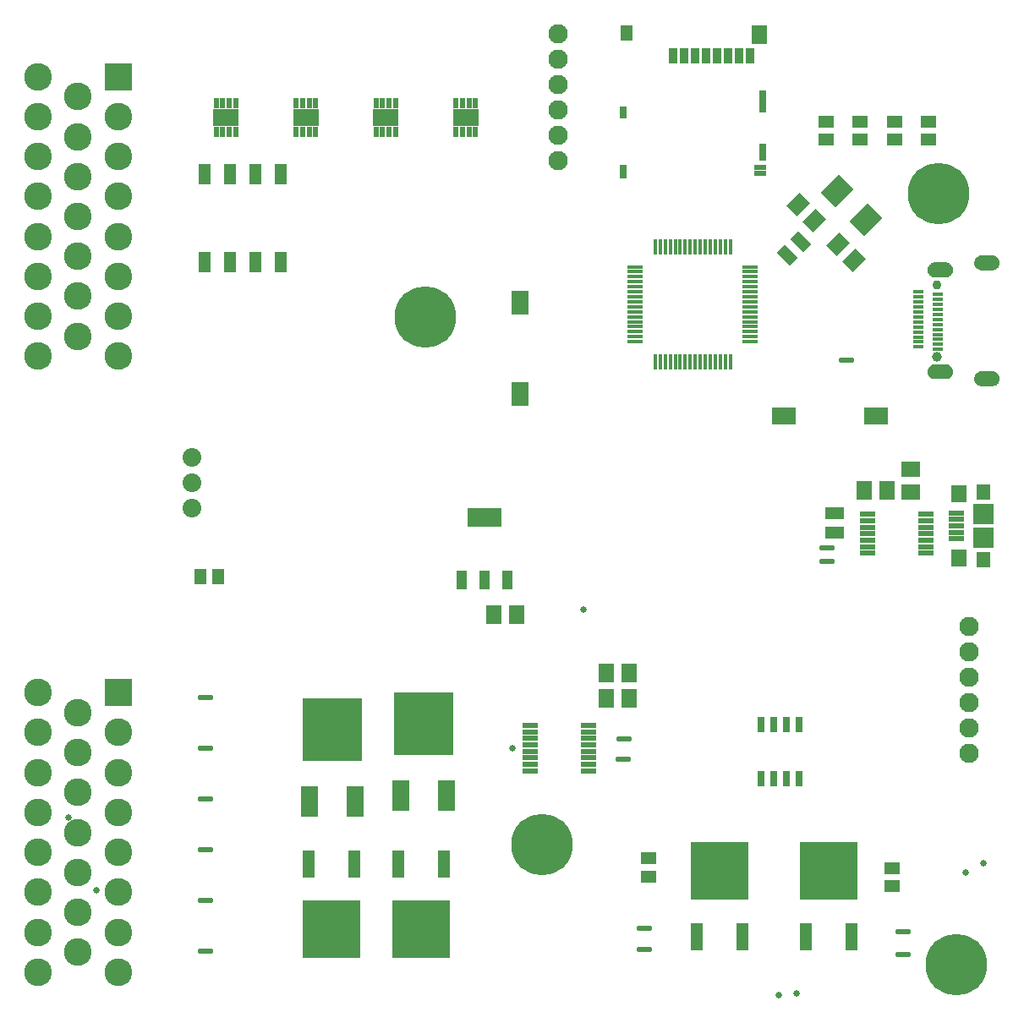
<source format=gts>
G04*
G04 #@! TF.GenerationSoftware,Altium Limited,Altium Designer,23.5.1 (21)*
G04*
G04 Layer_Color=8388736*
%FSLAX44Y44*%
%MOMM*%
G71*
G04*
G04 #@! TF.SameCoordinates,BDE5A72E-243D-4FE9-A7F5-F603F533516F*
G04*
G04*
G04 #@! TF.FilePolarity,Negative*
G04*
G01*
G75*
G04:AMPARAMS|DCode=39|XSize=0.5mm|YSize=0.5mm|CornerRadius=0.0875mm|HoleSize=0mm|Usage=FLASHONLY|Rotation=0.000|XOffset=0mm|YOffset=0mm|HoleType=Round|Shape=RoundedRectangle|*
%AMROUNDEDRECTD39*
21,1,0.5000,0.3250,0,0,0.0*
21,1,0.3250,0.5000,0,0,0.0*
1,1,0.1750,0.1625,-0.1625*
1,1,0.1750,-0.1625,-0.1625*
1,1,0.1750,-0.1625,0.1625*
1,1,0.1750,0.1625,0.1625*
%
%ADD39ROUNDEDRECTD39*%
%ADD54R,1.2100X2.7500*%
%ADD55R,5.7820X5.8500*%
%ADD56R,3.4000X1.9000*%
%ADD57R,1.1000X1.9000*%
%ADD58R,0.9500X1.5500*%
%ADD59R,1.3000X0.6000*%
%ADD60R,1.5000X1.9500*%
%ADD61R,0.8000X2.2900*%
%ADD62R,0.8000X1.7500*%
%ADD63R,0.8000X1.4500*%
%ADD64R,0.7500X1.3000*%
%ADD65R,1.3100X1.6500*%
G04:AMPARAMS|DCode=66|XSize=1.55mm|YSize=1.85mm|CornerRadius=0mm|HoleSize=0mm|Usage=FLASHONLY|Rotation=315.000|XOffset=0mm|YOffset=0mm|HoleType=Round|Shape=Rectangle|*
%AMROTATEDRECTD66*
4,1,4,-1.2021,-0.1061,0.1061,1.2021,1.2021,0.1061,-0.1061,-1.2021,-1.2021,-0.1061,0.0*
%
%ADD66ROTATEDRECTD66*%

G04:AMPARAMS|DCode=67|XSize=2.55mm|YSize=2.05mm|CornerRadius=0mm|HoleSize=0mm|Usage=FLASHONLY|Rotation=45.000|XOffset=0mm|YOffset=0mm|HoleType=Round|Shape=Rectangle|*
%AMROTATEDRECTD67*
4,1,4,-0.1768,-1.6264,-1.6264,-0.1768,0.1768,1.6264,1.6264,0.1768,-0.1768,-1.6264,0.0*
%
%ADD67ROTATEDRECTD67*%

%ADD68R,1.0500X0.4040*%
%ADD69R,1.2500X2.1500*%
%ADD70R,0.4500X1.6250*%
%ADD71R,1.6250X0.4500*%
%ADD72R,1.6000X1.2500*%
%ADD73R,2.3300X1.7500*%
%ADD74R,1.7500X3.1500*%
%ADD75R,5.9500X6.3500*%
%ADD76R,2.5500X1.7500*%
%ADD77R,0.5000X1.0500*%
%ADD78R,1.5500X1.8500*%
%ADD79R,1.8500X1.1500*%
%ADD80R,1.6250X0.6000*%
%ADD81R,2.0500X2.0500*%
%ADD82R,1.4500X1.6000*%
%ADD83R,1.5500X1.7500*%
%ADD84R,1.5000X0.5500*%
%ADD85R,1.8500X1.5500*%
G04:AMPARAMS|DCode=86|XSize=1.15mm|YSize=1.85mm|CornerRadius=0mm|HoleSize=0mm|Usage=FLASHONLY|Rotation=225.000|XOffset=0mm|YOffset=0mm|HoleType=Round|Shape=Rectangle|*
%AMROTATEDRECTD86*
4,1,4,-0.2475,1.0607,1.0607,-0.2475,0.2475,-1.0607,-1.0607,0.2475,-0.2475,1.0607,0.0*
%
%ADD86ROTATEDRECTD86*%

%ADD87R,1.7500X2.3300*%
%ADD88R,1.2500X1.6000*%
%ADD89R,0.8000X1.6500*%
%ADD90R,2.7750X2.7750*%
%ADD91C,2.7750*%
%ADD92C,1.8750*%
%ADD93C,6.1500*%
%ADD94C,0.9300*%
%ADD95C,0.9900*%
%ADD96C,1.9400*%
%ADD97C,0.6500*%
G36*
X1465230Y1164030D02*
X1466010Y1163910D01*
X1466770Y1163700D01*
X1467500Y1163420D01*
X1468200Y1163070D01*
X1468860Y1162640D01*
X1469470Y1162140D01*
X1470020Y1161590D01*
X1470520Y1160980D01*
X1470950Y1160320D01*
X1471300Y1159620D01*
X1471580Y1158890D01*
X1471790Y1158130D01*
X1471910Y1157350D01*
X1471950Y1156570D01*
X1471910Y1155790D01*
X1471790Y1155010D01*
X1471580Y1154250D01*
X1471300Y1153520D01*
X1470950Y1152820D01*
X1470520Y1152160D01*
X1470020Y1151550D01*
X1469470Y1151000D01*
X1468860Y1150500D01*
X1468200Y1150070D01*
X1467500Y1149720D01*
X1466770Y1149440D01*
X1466010Y1149230D01*
X1465230Y1149110D01*
X1464450Y1149070D01*
X1453950D01*
X1453170Y1149110D01*
X1452390Y1149230D01*
X1451630Y1149440D01*
X1450900Y1149720D01*
X1450200Y1150070D01*
X1449540Y1150500D01*
X1448930Y1151000D01*
X1448380Y1151550D01*
X1447880Y1152160D01*
X1447450Y1152820D01*
X1447100Y1153520D01*
X1446820Y1154250D01*
X1446610Y1155010D01*
X1446490Y1155790D01*
X1446450Y1156570D01*
X1446490Y1157350D01*
X1446610Y1158130D01*
X1446820Y1158890D01*
X1447100Y1159620D01*
X1447450Y1160320D01*
X1447880Y1160980D01*
X1448380Y1161590D01*
X1448930Y1162140D01*
X1449540Y1162640D01*
X1450200Y1163070D01*
X1450900Y1163420D01*
X1451630Y1163700D01*
X1452390Y1163910D01*
X1453170Y1164030D01*
X1453950Y1164070D01*
X1464450D01*
X1465230Y1164030D01*
D02*
G37*
G36*
X1418530Y1157030D02*
X1419310Y1156910D01*
X1420070Y1156700D01*
X1420800Y1156420D01*
X1421500Y1156070D01*
X1422160Y1155640D01*
X1422770Y1155140D01*
X1423320Y1154590D01*
X1423820Y1153980D01*
X1424250Y1153320D01*
X1424600Y1152620D01*
X1424880Y1151890D01*
X1425090Y1151130D01*
X1425210Y1150350D01*
X1425250Y1149570D01*
X1425210Y1148790D01*
X1425090Y1148010D01*
X1424880Y1147250D01*
X1424600Y1146520D01*
X1424250Y1145820D01*
X1423820Y1145160D01*
X1423320Y1144550D01*
X1422770Y1144000D01*
X1422160Y1143500D01*
X1421500Y1143070D01*
X1420800Y1142720D01*
X1420070Y1142440D01*
X1419310Y1142230D01*
X1418530Y1142110D01*
X1417750Y1142070D01*
X1407250D01*
X1406470Y1142110D01*
X1405690Y1142230D01*
X1404930Y1142440D01*
X1404200Y1142720D01*
X1403500Y1143070D01*
X1402840Y1143500D01*
X1402230Y1144000D01*
X1401680Y1144550D01*
X1401180Y1145160D01*
X1400750Y1145820D01*
X1400400Y1146520D01*
X1400120Y1147250D01*
X1399910Y1148010D01*
X1399790Y1148790D01*
X1399750Y1149570D01*
X1399790Y1150350D01*
X1399910Y1151130D01*
X1400120Y1151890D01*
X1400400Y1152620D01*
X1400750Y1153320D01*
X1401180Y1153980D01*
X1401680Y1154590D01*
X1402230Y1155140D01*
X1402840Y1155640D01*
X1403500Y1156070D01*
X1404200Y1156420D01*
X1404930Y1156700D01*
X1405690Y1156910D01*
X1406470Y1157030D01*
X1407250Y1157070D01*
X1417750D01*
X1418530Y1157030D01*
D02*
G37*
G36*
X1323340Y1056680D02*
X1313340D01*
Y1061680D01*
X1323340D01*
Y1056680D01*
D02*
G37*
G36*
X1418530Y1055030D02*
X1419310Y1054910D01*
X1420070Y1054700D01*
X1420800Y1054420D01*
X1421500Y1054070D01*
X1422160Y1053640D01*
X1422770Y1053140D01*
X1423320Y1052590D01*
X1423820Y1051980D01*
X1424250Y1051320D01*
X1424600Y1050620D01*
X1424880Y1049890D01*
X1425090Y1049130D01*
X1425210Y1048350D01*
X1425250Y1047570D01*
X1425210Y1046790D01*
X1425090Y1046010D01*
X1424880Y1045250D01*
X1424600Y1044520D01*
X1424250Y1043820D01*
X1423820Y1043160D01*
X1423320Y1042550D01*
X1422770Y1042000D01*
X1422160Y1041500D01*
X1421500Y1041070D01*
X1420800Y1040720D01*
X1420070Y1040440D01*
X1419310Y1040230D01*
X1418530Y1040110D01*
X1417750Y1040070D01*
X1407250D01*
X1406470Y1040110D01*
X1405690Y1040230D01*
X1404930Y1040440D01*
X1404200Y1040720D01*
X1403500Y1041070D01*
X1402840Y1041500D01*
X1402230Y1042000D01*
X1401680Y1042550D01*
X1401180Y1043160D01*
X1400750Y1043820D01*
X1400400Y1044520D01*
X1400120Y1045250D01*
X1399910Y1046010D01*
X1399790Y1046790D01*
X1399750Y1047570D01*
X1399790Y1048350D01*
X1399910Y1049130D01*
X1400120Y1049890D01*
X1400400Y1050620D01*
X1400750Y1051320D01*
X1401180Y1051980D01*
X1401680Y1052590D01*
X1402230Y1053140D01*
X1402840Y1053640D01*
X1403500Y1054070D01*
X1404200Y1054420D01*
X1404930Y1054700D01*
X1405690Y1054910D01*
X1406470Y1055030D01*
X1407250Y1055070D01*
X1417750D01*
X1418530Y1055030D01*
D02*
G37*
G36*
X1465230Y1048030D02*
X1466010Y1047910D01*
X1466770Y1047700D01*
X1467500Y1047420D01*
X1468200Y1047070D01*
X1468860Y1046640D01*
X1469470Y1046140D01*
X1470020Y1045590D01*
X1470520Y1044980D01*
X1470950Y1044320D01*
X1471300Y1043620D01*
X1471580Y1042890D01*
X1471790Y1042130D01*
X1471910Y1041350D01*
X1471950Y1040570D01*
X1471910Y1039790D01*
X1471790Y1039010D01*
X1471580Y1038250D01*
X1471300Y1037520D01*
X1470950Y1036820D01*
X1470520Y1036160D01*
X1470020Y1035550D01*
X1469470Y1035000D01*
X1468860Y1034500D01*
X1468200Y1034070D01*
X1467500Y1033720D01*
X1466770Y1033440D01*
X1466010Y1033230D01*
X1465230Y1033110D01*
X1464450Y1033070D01*
X1453950D01*
X1453170Y1033110D01*
X1452390Y1033230D01*
X1451630Y1033440D01*
X1450900Y1033720D01*
X1450200Y1034070D01*
X1449540Y1034500D01*
X1448930Y1035000D01*
X1448380Y1035550D01*
X1447880Y1036160D01*
X1447450Y1036820D01*
X1447100Y1037520D01*
X1446820Y1038250D01*
X1446610Y1039010D01*
X1446490Y1039790D01*
X1446450Y1040570D01*
X1446490Y1041350D01*
X1446610Y1042130D01*
X1446820Y1042890D01*
X1447100Y1043620D01*
X1447450Y1044320D01*
X1447880Y1044980D01*
X1448380Y1045590D01*
X1448930Y1046140D01*
X1449540Y1046640D01*
X1450200Y1047070D01*
X1450900Y1047420D01*
X1451630Y1047700D01*
X1452390Y1047910D01*
X1453170Y1048030D01*
X1453950Y1048070D01*
X1464450D01*
X1465230Y1048030D01*
D02*
G37*
G36*
X1304210Y868720D02*
X1294210D01*
Y873720D01*
X1304210D01*
Y868720D01*
D02*
G37*
G36*
X1304290Y854750D02*
X1294290D01*
Y859750D01*
X1304290D01*
Y854750D01*
D02*
G37*
G36*
X681830Y718860D02*
X671830D01*
Y723860D01*
X681830D01*
Y718860D01*
D02*
G37*
G36*
X1101010Y676950D02*
X1091010D01*
Y681950D01*
X1101010D01*
Y676950D01*
D02*
G37*
G36*
X681830Y668060D02*
X671830D01*
Y673060D01*
X681830D01*
Y668060D01*
D02*
G37*
G36*
X1099660Y656630D02*
X1089660D01*
Y661630D01*
X1099660D01*
Y656630D01*
D02*
G37*
G36*
X681830Y617260D02*
X671830D01*
Y622260D01*
X681830D01*
Y617260D01*
D02*
G37*
G36*
Y566460D02*
X671830D01*
Y571460D01*
X681830D01*
Y566460D01*
D02*
G37*
G36*
Y515660D02*
X671830D01*
Y520660D01*
X681830D01*
Y515660D01*
D02*
G37*
G36*
X1121330Y487720D02*
X1111330D01*
Y492720D01*
X1121330D01*
Y487720D01*
D02*
G37*
G36*
X1380490Y483910D02*
X1370490D01*
Y488910D01*
X1380490D01*
Y483910D01*
D02*
G37*
G36*
X1121410Y466130D02*
X1111410D01*
Y471130D01*
X1121410D01*
Y466130D01*
D02*
G37*
G36*
X681830Y464860D02*
X671830D01*
Y469860D01*
X681830D01*
Y464860D01*
D02*
G37*
G36*
X1380410Y461050D02*
X1370410D01*
Y466050D01*
X1380410D01*
Y461050D01*
D02*
G37*
D39*
Y463550D02*
D03*
X1370410D02*
D03*
X1380490Y486410D02*
D03*
X1370490D02*
D03*
X1304210Y871220D02*
D03*
X1294210D02*
D03*
X1304290Y857250D02*
D03*
X1294290D02*
D03*
X681830Y467360D02*
D03*
X671830D02*
D03*
X681830Y518160D02*
D03*
X671830D02*
D03*
X681830Y568960D02*
D03*
X671830D02*
D03*
X681830Y619760D02*
D03*
X671830D02*
D03*
X681830Y670560D02*
D03*
X671830D02*
D03*
X681830Y721360D02*
D03*
X671830D02*
D03*
X1313340Y1059180D02*
D03*
X1323340D02*
D03*
X1091010Y679450D02*
D03*
X1101010D02*
D03*
X1089660Y659130D02*
D03*
X1099660D02*
D03*
X1121410Y468630D02*
D03*
X1111410D02*
D03*
X1121330Y490220D02*
D03*
X1111330D02*
D03*
D54*
X1214120Y481870D02*
D03*
X1168400D02*
D03*
X1277620D02*
D03*
X1323340D02*
D03*
X869950Y554450D02*
D03*
X915670D02*
D03*
X779780D02*
D03*
X825500D02*
D03*
D55*
X1191260Y547370D02*
D03*
X1300480D02*
D03*
X892810Y488950D02*
D03*
X802640D02*
D03*
D56*
X956310Y901700D02*
D03*
D57*
X979310Y838700D02*
D03*
X956310D02*
D03*
X933310D02*
D03*
D58*
X1145240Y1364120D02*
D03*
X1156250D02*
D03*
X1167250D02*
D03*
X1178250D02*
D03*
X1189250D02*
D03*
X1200250D02*
D03*
X1211250D02*
D03*
X1222250D02*
D03*
D59*
X1231900Y1245870D02*
D03*
Y1252470D02*
D03*
D60*
X1230890Y1384620D02*
D03*
D61*
X1234400Y1318320D02*
D03*
D62*
Y1267520D02*
D03*
D63*
X1095390Y1248120D02*
D03*
D64*
X1095140Y1307370D02*
D03*
D65*
X1097950Y1387120D02*
D03*
D66*
X1270346Y1215044D02*
D03*
X1286510Y1198880D02*
D03*
X1326342Y1159048D02*
D03*
X1310178Y1175212D02*
D03*
D67*
X1308844Y1228616D02*
D03*
X1337836Y1199624D02*
D03*
D68*
X1390700Y1127320D02*
D03*
Y1122320D02*
D03*
Y1117320D02*
D03*
Y1112320D02*
D03*
Y1107320D02*
D03*
Y1102320D02*
D03*
Y1097320D02*
D03*
Y1092320D02*
D03*
Y1087320D02*
D03*
Y1082320D02*
D03*
Y1077320D02*
D03*
Y1072320D02*
D03*
X1409700Y1069820D02*
D03*
Y1074820D02*
D03*
Y1079820D02*
D03*
Y1084820D02*
D03*
Y1089820D02*
D03*
Y1094820D02*
D03*
Y1099820D02*
D03*
Y1104820D02*
D03*
Y1109820D02*
D03*
Y1114820D02*
D03*
Y1119820D02*
D03*
Y1124820D02*
D03*
D69*
X751840Y1245150D02*
D03*
X726440D02*
D03*
X701040D02*
D03*
X675640D02*
D03*
Y1157150D02*
D03*
X701040D02*
D03*
X726440D02*
D03*
X751840D02*
D03*
D70*
X1127090Y1172440D02*
D03*
X1132090D02*
D03*
X1137090D02*
D03*
X1142090D02*
D03*
X1147090D02*
D03*
X1152090D02*
D03*
X1157090D02*
D03*
X1162090D02*
D03*
X1167090D02*
D03*
X1172090D02*
D03*
X1177090D02*
D03*
X1182090D02*
D03*
X1187090D02*
D03*
X1192090D02*
D03*
X1197090D02*
D03*
X1202090D02*
D03*
Y1057680D02*
D03*
X1197090D02*
D03*
X1192090D02*
D03*
X1187090D02*
D03*
X1182090D02*
D03*
X1177090D02*
D03*
X1172090D02*
D03*
X1167090D02*
D03*
X1162090D02*
D03*
X1157090D02*
D03*
X1152090D02*
D03*
X1147090D02*
D03*
X1142090D02*
D03*
X1137090D02*
D03*
X1132090D02*
D03*
X1127090D02*
D03*
D71*
X1221970Y1152560D02*
D03*
Y1147560D02*
D03*
Y1142560D02*
D03*
Y1137560D02*
D03*
Y1132560D02*
D03*
Y1127560D02*
D03*
Y1122560D02*
D03*
Y1117560D02*
D03*
Y1112560D02*
D03*
Y1107560D02*
D03*
Y1102560D02*
D03*
Y1097560D02*
D03*
Y1092560D02*
D03*
Y1087560D02*
D03*
Y1082560D02*
D03*
Y1077560D02*
D03*
X1107210D02*
D03*
Y1082560D02*
D03*
Y1087560D02*
D03*
Y1092560D02*
D03*
Y1097560D02*
D03*
Y1102560D02*
D03*
Y1107560D02*
D03*
Y1112560D02*
D03*
Y1117560D02*
D03*
Y1122560D02*
D03*
Y1127560D02*
D03*
Y1132560D02*
D03*
Y1137560D02*
D03*
Y1142560D02*
D03*
Y1147560D02*
D03*
Y1152560D02*
D03*
D72*
X1332230Y1298050D02*
D03*
Y1280050D02*
D03*
X1366520D02*
D03*
Y1298050D02*
D03*
X1120140Y560070D02*
D03*
Y542070D02*
D03*
X1363980Y550020D02*
D03*
Y532020D02*
D03*
X1297940Y1298050D02*
D03*
Y1280050D02*
D03*
X1400810Y1298050D02*
D03*
Y1280050D02*
D03*
D73*
X1255750Y1003300D02*
D03*
X1347750D02*
D03*
D74*
X781050Y617220D02*
D03*
X826750D02*
D03*
X918200Y622890D02*
D03*
X872500D02*
D03*
D75*
X803900Y689020D02*
D03*
X895350Y694690D02*
D03*
D76*
X937260Y1301750D02*
D03*
X857250D02*
D03*
X777240D02*
D03*
X697230D02*
D03*
D77*
X947010Y1287250D02*
D03*
X940510D02*
D03*
X934010D02*
D03*
X927510D02*
D03*
Y1316250D02*
D03*
X934010D02*
D03*
X940510D02*
D03*
X947010D02*
D03*
X867000Y1287250D02*
D03*
X860500D02*
D03*
X854000D02*
D03*
X847500D02*
D03*
Y1316250D02*
D03*
X854000D02*
D03*
X860500D02*
D03*
X867000D02*
D03*
X786990Y1287250D02*
D03*
X780490D02*
D03*
X773990D02*
D03*
X767490D02*
D03*
Y1316250D02*
D03*
X773990D02*
D03*
X780490D02*
D03*
X786990D02*
D03*
X706980Y1287250D02*
D03*
X700480D02*
D03*
X693980D02*
D03*
X687480D02*
D03*
Y1316250D02*
D03*
X693980D02*
D03*
X700480D02*
D03*
X706980D02*
D03*
D78*
X1078230Y720090D02*
D03*
X1101090D02*
D03*
X1078230Y745490D02*
D03*
X1101090D02*
D03*
X1336040Y928370D02*
D03*
X1358900D02*
D03*
X988060Y803910D02*
D03*
X965200D02*
D03*
D79*
X1306830Y886460D02*
D03*
Y905460D02*
D03*
D80*
X1339680Y904690D02*
D03*
Y898190D02*
D03*
Y891690D02*
D03*
Y885190D02*
D03*
Y878690D02*
D03*
Y872190D02*
D03*
Y865690D02*
D03*
X1398440D02*
D03*
Y872190D02*
D03*
Y878690D02*
D03*
Y885190D02*
D03*
Y891690D02*
D03*
Y898190D02*
D03*
Y904690D02*
D03*
X1001860Y647810D02*
D03*
Y654310D02*
D03*
Y660810D02*
D03*
Y667310D02*
D03*
Y673810D02*
D03*
Y680310D02*
D03*
Y686810D02*
D03*
Y693310D02*
D03*
X1060620D02*
D03*
Y686810D02*
D03*
Y680310D02*
D03*
Y673810D02*
D03*
Y667310D02*
D03*
Y660810D02*
D03*
Y654310D02*
D03*
Y647810D02*
D03*
D81*
X1455500Y904610D02*
D03*
Y881610D02*
D03*
D82*
Y927360D02*
D03*
Y858860D02*
D03*
D83*
X1431000Y925110D02*
D03*
Y861110D02*
D03*
D84*
X1428750Y906110D02*
D03*
Y899610D02*
D03*
Y893110D02*
D03*
Y886610D02*
D03*
Y880110D02*
D03*
D85*
X1383030Y949960D02*
D03*
Y927100D02*
D03*
D86*
X1272540Y1177290D02*
D03*
X1259105Y1163855D02*
D03*
D87*
X991870Y1116890D02*
D03*
Y1024890D02*
D03*
D88*
X689830Y842010D02*
D03*
X671830D02*
D03*
D89*
X1271270Y693750D02*
D03*
X1258570D02*
D03*
X1245870D02*
D03*
X1233170D02*
D03*
Y639750D02*
D03*
X1245870D02*
D03*
X1258570D02*
D03*
X1271270D02*
D03*
D90*
X589270Y1342990D02*
D03*
Y726110D02*
D03*
D91*
Y1062990D02*
D03*
X549270Y1322990D02*
D03*
Y1082990D02*
D03*
X509270Y1342990D02*
D03*
Y1062990D02*
D03*
X589270Y1302990D02*
D03*
Y1262990D02*
D03*
Y1222990D02*
D03*
Y1182990D02*
D03*
Y1142990D02*
D03*
Y1102990D02*
D03*
X549270Y1282990D02*
D03*
Y1242990D02*
D03*
Y1202990D02*
D03*
Y1162990D02*
D03*
Y1122990D02*
D03*
X509270Y1302990D02*
D03*
Y1262990D02*
D03*
Y1222990D02*
D03*
Y1182990D02*
D03*
Y1142990D02*
D03*
Y1102990D02*
D03*
Y486110D02*
D03*
Y526110D02*
D03*
Y566110D02*
D03*
Y606110D02*
D03*
Y646110D02*
D03*
Y686110D02*
D03*
X549270Y506110D02*
D03*
Y546110D02*
D03*
Y586110D02*
D03*
Y626110D02*
D03*
Y666110D02*
D03*
X589270Y486110D02*
D03*
Y526110D02*
D03*
Y566110D02*
D03*
Y606110D02*
D03*
Y646110D02*
D03*
Y686110D02*
D03*
X509270Y446110D02*
D03*
Y726110D02*
D03*
X549270Y466110D02*
D03*
Y706110D02*
D03*
X589270Y446110D02*
D03*
D92*
X662940Y910590D02*
D03*
Y935990D02*
D03*
Y961390D02*
D03*
D93*
X896620Y1102360D02*
D03*
X1013460Y574040D02*
D03*
X1428750Y453390D02*
D03*
X1410970Y1225550D02*
D03*
D94*
X1408700Y1134570D02*
D03*
D95*
Y1062570D02*
D03*
D96*
X1029970Y1258570D02*
D03*
Y1283970D02*
D03*
Y1309370D02*
D03*
Y1334770D02*
D03*
Y1360170D02*
D03*
Y1385570D02*
D03*
X1441450Y792480D02*
D03*
Y767080D02*
D03*
Y741680D02*
D03*
Y716280D02*
D03*
Y690880D02*
D03*
Y665480D02*
D03*
D97*
X1055370Y808990D02*
D03*
X984250Y670410D02*
D03*
X567690Y528320D02*
D03*
X1455420Y554990D02*
D03*
X1268730Y425300D02*
D03*
X1250950Y422910D02*
D03*
X1437640Y546100D02*
D03*
X539750Y600710D02*
D03*
X912785Y1118524D02*
D03*
X919480Y1102360D02*
D03*
X912785Y1086196D02*
D03*
X896620Y1079500D02*
D03*
X880455Y1086196D02*
D03*
X873760Y1102360D02*
D03*
X880455Y1118524D02*
D03*
X896620Y1125220D02*
D03*
X1029624Y590205D02*
D03*
X1036320Y574040D02*
D03*
X1029624Y557876D02*
D03*
X1013460Y551180D02*
D03*
X997296Y557876D02*
D03*
X990600Y574040D02*
D03*
X997296Y590205D02*
D03*
X1013460Y596900D02*
D03*
X1444915Y469554D02*
D03*
X1451610Y453390D02*
D03*
X1444915Y437225D02*
D03*
X1428750Y430530D02*
D03*
X1412585Y437225D02*
D03*
X1405890Y453390D02*
D03*
X1412585Y469554D02*
D03*
X1428750Y476250D02*
D03*
X1427135Y1241714D02*
D03*
X1433830Y1225550D02*
D03*
X1427135Y1209386D02*
D03*
X1410970Y1202690D02*
D03*
X1394805Y1209386D02*
D03*
X1388110Y1225550D02*
D03*
X1394805Y1241714D02*
D03*
X1410970Y1248410D02*
D03*
M02*

</source>
